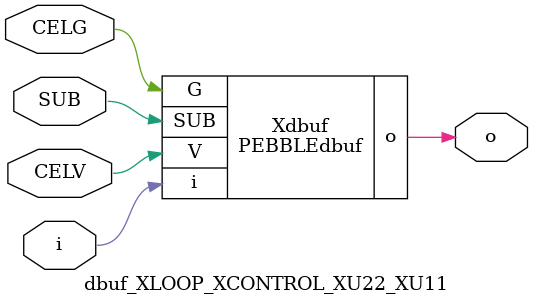
<source format=v>



module PEBBLEdbuf ( o, G, SUB, V, i );

  input V;
  input i;
  input G;
  output o;
  input SUB;
endmodule

//Celera Confidential Do Not Copy dbuf_XLOOP_XCONTROL_XU22_XU11
//Celera Confidential Symbol Generator
//Digital Buffer
module dbuf_XLOOP_XCONTROL_XU22_XU11 (CELV,CELG,i,o,SUB);
input CELV;
input CELG;
input i;
input SUB;
output o;

//Celera Confidential Do Not Copy dbuf
PEBBLEdbuf Xdbuf(
.V (CELV),
.i (i),
.o (o),
.SUB (SUB),
.G (CELG)
);
//,diesize,PEBBLEdbuf

//Celera Confidential Do Not Copy Module End
//Celera Schematic Generator
endmodule

</source>
